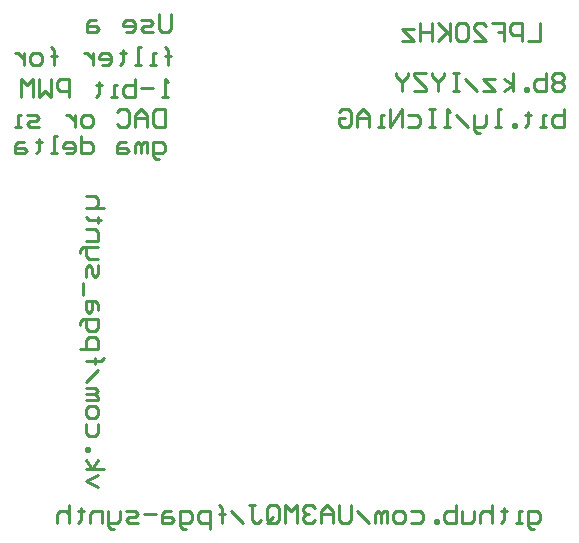
<source format=gbo>
%FSTAX23Y23*%
%MOIN*%
%SFA1B1*%

%IPPOS*%
%ADD10C,0.010000*%
%LNlpf-1*%
%LPD*%
G54D10*
X05433Y06387D02*
X05393Y06407D01*
X05433Y06427*
X05393Y06447D02*
X05453D01*
X05413D02*
X05433Y06477D01*
X05413Y06447D02*
X05393Y06477D01*
Y06507D02*
X05403D01*
Y06517*
X05393*
Y06507*
X05433Y06597D02*
Y06567D01*
X05423Y06557*
X05403*
X05393Y06567*
Y06597*
Y06627D02*
Y06647D01*
X05403Y06657*
X05423*
X05433Y06647*
Y06627*
X05423Y06617*
X05403*
X05393Y06627*
Y06677D02*
X05433D01*
Y06687*
X05423Y06697*
X05393*
X05423*
X05433Y06707*
X05423Y06717*
X05393*
Y06737D02*
X05433Y06777D01*
X05393Y06807D02*
X05443D01*
X05423*
Y06797*
Y06817*
Y06807*
X05443*
X05453Y06817*
X05373Y06847D02*
X05433D01*
Y06877*
X05423Y06887*
X05403*
X05393Y06877*
Y06847*
X05373Y06927D02*
Y06937D01*
X05383Y06947*
X05433*
Y06917*
X05423Y06907*
X05403*
X05393Y06917*
Y06947*
X05433Y06977D02*
Y06997D01*
X05423Y07007*
X05393*
Y06977*
X05403Y06967*
X05413Y06977*
Y07007*
X05383Y07027D02*
Y07067D01*
X05393Y07087D02*
Y07117D01*
X05403Y07127*
X05413Y07117*
Y07097*
X05423Y07087*
X05433Y07097*
Y07127*
Y07147D02*
X05403D01*
X05393Y07157*
Y07187*
X05383*
X05373Y07177*
Y07167*
X05393Y07187D02*
X05433D01*
X05393Y07207D02*
X05433D01*
Y07237*
X05423Y07247*
X05393*
X05443Y07277D02*
X05433D01*
Y07267*
Y07287*
Y07277*
X05403*
X05393Y07287*
X05453Y07317D02*
X05393D01*
X05423*
X05433Y07327*
Y07347*
X05423Y07357*
X05393*
X06889Y06249D02*
X06879D01*
X06869Y06259*
Y06309*
X06899*
X06909Y06299*
Y06279*
X06899Y06269*
X06869*
X06849D02*
X06829D01*
X06839*
Y06309*
X06849*
X06789Y06319D02*
Y06309D01*
X06799*
X06779*
X06789*
Y06279*
X06779Y06269*
X06749Y06329D02*
Y06269D01*
Y06299*
X06739Y06309*
X06719*
X06709Y06299*
Y06269*
X06689Y06309D02*
Y06279D01*
X06679Y06269*
X06649*
Y06309*
X06629Y06329D02*
Y06269D01*
X06599*
X06589Y06279*
Y06289*
Y06299*
X06599Y06309*
X06629*
X06569Y06269D02*
Y06279D01*
X06559*
Y06269*
X06569*
X06479Y06309D02*
X06509D01*
X06519Y06299*
Y06279*
X06509Y06269*
X06479*
X06449D02*
X06429D01*
X06419Y06279*
Y06299*
X06429Y06309*
X06449*
X06459Y06299*
Y06279*
X06449Y06269*
X06399D02*
Y06309D01*
X06389*
X06379Y06299*
Y06269*
Y06299*
X06369Y06309*
X06359Y06299*
Y06269*
X06339D02*
X06299Y06309D01*
X06279Y06329D02*
Y06279D01*
X06269Y06269*
X06249*
X06239Y06279*
Y06329*
X06219Y06269D02*
Y06309D01*
X06199Y06329*
X06179Y06309*
Y06269*
Y06299*
X06219*
X06159Y06319D02*
X06149Y06329D01*
X06129*
X06119Y06319*
Y06309*
X06129Y06299*
X06139*
X06129*
X06119Y06289*
Y06279*
X06129Y06269*
X06149*
X06159Y06279*
X06099Y06269D02*
Y06329D01*
X06079Y06309*
X06059Y06329*
Y06269*
X05999Y06279D02*
Y06319D01*
X06009Y06329*
X06029*
X06039Y06319*
Y06279*
X06029Y06269*
X06009*
X06019Y06289D02*
X05999Y06269D01*
X06009D02*
X05999Y06279D01*
X05939Y06329D02*
X05959D01*
X05949*
Y06279*
X05959Y06269*
X05969*
X05979Y06279*
X05919Y06269D02*
X05879Y06309D01*
X05849Y06269D02*
Y06319D01*
Y06299*
X05859*
X05839*
X05849*
Y06319*
X05839Y06329*
X05809Y06249D02*
Y06309D01*
X05779*
X05769Y06299*
Y06279*
X05779Y06269*
X05809*
X05729Y06249D02*
X05719D01*
X05709Y06259*
Y06309*
X05739*
X05749Y06299*
Y06279*
X05739Y06269*
X05709*
X05679Y06309D02*
X05659D01*
X05649Y06299*
Y06269*
X05679*
X05689Y06279*
X05679Y06289*
X05649*
X05629Y06299D02*
X05589D01*
X05569Y06269D02*
X05539D01*
X05529Y06279*
X05539Y06289*
X05559*
X05569Y06299*
X05559Y06309*
X05529*
X05509D02*
Y06279D01*
X05499Y06269*
X05469*
Y06259*
X05479Y06249*
X05489*
X05469Y06269D02*
Y06309D01*
X05449Y06269D02*
Y06309D01*
X05419*
X05409Y06299*
Y06269*
X05379Y06319D02*
Y06309D01*
X05389*
X05369*
X05379*
Y06279*
X05369Y06269*
X05339Y06329D02*
Y06269D01*
Y06299*
X05329Y06309*
X05309*
X05299Y06299*
Y06269*
X05639Y0748D02*
X05629D01*
X05619Y0749*
Y07539*
X05649*
X05659Y07529*
Y07509*
X05649Y075*
X05619*
X05599D02*
Y07539D01*
X05589*
X05579Y07529*
Y075*
Y07529*
X05569Y07539*
X05559Y07529*
Y075*
X05529Y07539D02*
X05509D01*
X05499Y07529*
Y075*
X05529*
X05539Y07509*
X05529Y07519*
X05499*
X05379Y07559D02*
Y075D01*
X05409*
X05419Y07509*
Y07529*
X05409Y07539*
X05379*
X05329Y075D02*
X05349D01*
X05359Y07509*
Y07529*
X05349Y07539*
X05329*
X05319Y07529*
Y07519*
X05359*
X05299Y075D02*
X05279D01*
X05289*
Y07559*
X05299*
X05239Y07549D02*
Y07539D01*
X05249*
X05229*
X05239*
Y07509*
X05229Y075*
X05189Y07539D02*
X05169D01*
X05159Y07529*
Y075*
X05189*
X05199Y07509*
X05189Y07519*
X05159*
X05659Y07648D02*
Y07588D01*
X05629*
X05619Y07598*
Y07638*
X05629Y07648*
X05659*
X05599Y07588D02*
Y07628D01*
X05579Y07648*
X05559Y07628*
Y07588*
Y07618*
X05599*
X05499Y07638D02*
X05509Y07648D01*
X05529*
X05539Y07638*
Y07598*
X05529Y07588*
X05509*
X05499Y07598*
X05409Y07588D02*
X05389D01*
X05379Y07598*
Y07618*
X05389Y07628*
X05409*
X05419Y07618*
Y07598*
X05409Y07588*
X05359Y07628D02*
Y07588D01*
Y07608*
X05349Y07618*
X05339Y07628*
X05329*
X05239Y07588D02*
X05209D01*
X05199Y07598*
X05209Y07608*
X05229*
X05239Y07618*
X05229Y07628*
X05199*
X05179Y07588D02*
X05159D01*
X05169*
Y07628*
X05179*
X05669Y07687D02*
X05649D01*
X05659*
Y07746*
X05669Y07736*
X05619Y07716D02*
X05579D01*
X05559Y07746D02*
Y07687D01*
X05529*
X05519Y07697*
Y07707*
Y07716*
X05529Y07726*
X05559*
X05499Y07687D02*
X05479D01*
X05489*
Y07726*
X05499*
X05439Y07736D02*
Y07726D01*
X05449*
X05429*
X05439*
Y07697*
X05429Y07687*
X05339D02*
Y07746D01*
X05309*
X05299Y07736*
Y07716*
X05309Y07707*
X05339*
X05279Y07746D02*
Y07687D01*
X05259Y07707*
X05239Y07687*
Y07746*
X05219Y07687D02*
Y07746D01*
X05199Y07726*
X05179Y07746*
Y07687*
X05669Y07795D02*
Y07845D01*
Y07825*
X05679*
X05659*
X05669*
Y07845*
X05659Y07855*
X05629Y07795D02*
X05609D01*
X05619*
Y07835*
X05629*
X05579Y07795D02*
X05559D01*
X05569*
Y07855*
X05579*
X05519Y07845D02*
Y07835D01*
X05529*
X05509*
X05519*
Y07805*
X05509Y07795*
X05449D02*
X05469D01*
X05479Y07805*
Y07825*
X05469Y07835*
X05449*
X05439Y07825*
Y07815*
X05479*
X05419Y07835D02*
Y07795D01*
Y07815*
X05409Y07825*
X05399Y07835*
X05389*
X05289Y07795D02*
Y07845D01*
Y07825*
X05299*
X05279*
X05289*
Y07845*
X05279Y07855*
X05239Y07795D02*
X05219D01*
X05209Y07805*
Y07825*
X05219Y07835*
X05239*
X05249Y07825*
Y07805*
X05239Y07795*
X05189Y07835D02*
Y07795D01*
Y07815*
X05179Y07825*
X05169Y07835*
X05159*
X05679Y07963D02*
Y07913D01*
X05669Y07903*
X05649*
X05639Y07913*
Y07963*
X05619Y07903D02*
X05589D01*
X05579Y07913*
X05589Y07923*
X05609*
X05619Y07933*
X05609Y07943*
X05579*
X05529Y07903D02*
X05549D01*
X05559Y07913*
Y07933*
X05549Y07943*
X05529*
X05519Y07933*
Y07923*
X05559*
X05429Y07943D02*
X05409D01*
X05399Y07933*
Y07903*
X05429*
X05439Y07913*
X05429Y07923*
X05399*
X06988Y07648D02*
Y07588D01*
X06958*
X06948Y07598*
Y07608*
Y07618*
X06958Y07628*
X06988*
X06928Y07588D02*
X06908D01*
X06918*
Y07628*
X06928*
X06868Y07638D02*
Y07628D01*
X06878*
X06858*
X06868*
Y07598*
X06858Y07588*
X06828D02*
Y07598D01*
X06818*
Y07588*
X06828*
X06778D02*
X06758D01*
X06768*
Y07648*
X06778*
X06728Y07628D02*
Y07598D01*
X06718Y07588*
X06688*
Y07578*
X06698Y07568*
X06708*
X06688Y07588D02*
Y07628D01*
X06668Y07588D02*
X06628Y07628D01*
X06608Y07588D02*
X06588D01*
X06598*
Y07648*
X06608Y07638*
X06558Y07648D02*
X06538D01*
X06548*
Y07588*
X06558*
X06538*
X06468Y07628D02*
X06498D01*
X06508Y07618*
Y07598*
X06498Y07588*
X06468*
X06448D02*
Y07648D01*
X06408Y07588*
Y07648*
X06388Y07588D02*
X06368D01*
X06378*
Y07628*
X06388*
X06338Y07588D02*
Y07628D01*
X06318Y07648*
X06298Y07628*
Y07588*
Y07618*
X06338*
X06238Y07638D02*
X06248Y07648D01*
X06268*
X06278Y07638*
Y07598*
X06268Y07588*
X06248*
X06238Y07598*
Y07618*
X06258*
X06988Y07756D02*
X06978Y07766D01*
X06958*
X06948Y07756*
Y07746*
X06958Y07736*
X06948Y07726*
Y07716*
X06958Y07706*
X06978*
X06988Y07716*
Y07726*
X06978Y07736*
X06988Y07746*
Y07756*
X06978Y07736D02*
X06958D01*
X06928Y07766D02*
Y07706D01*
X06898*
X06888Y07716*
Y07726*
Y07736*
X06898Y07746*
X06928*
X06868Y07706D02*
Y07716D01*
X06858*
Y07706*
X06868*
X06818D02*
Y07766D01*
Y07726D02*
X06788Y07746D01*
X06818Y07726D02*
X06788Y07706D01*
X06758Y07746D02*
X06718D01*
X06758Y07706*
X06718*
X06698D02*
X06658Y07746D01*
X06638Y07766D02*
X06618D01*
X06628*
Y07706*
X06638*
X06618*
X06588Y07766D02*
Y07756D01*
X06568Y07736*
X06548Y07756*
Y07766*
X06568Y07736D02*
Y07706D01*
X06528Y07766D02*
X06488D01*
Y07756*
X06528Y07716*
Y07706*
X06488*
X06468Y07766D02*
Y07756D01*
X06448Y07736*
X06428Y07756*
Y07766*
X06448Y07736D02*
Y07706D01*
X06909Y07933D02*
Y07874D01*
X06869*
X06849D02*
Y07933D01*
X06819*
X06809Y07924*
Y07904*
X06819Y07894*
X06849*
X06749Y07933D02*
X06789D01*
Y07904*
X06769*
X06789*
Y07874*
X06689D02*
X06729D01*
X06689Y07914*
Y07924*
X06699Y07933*
X06719*
X06729Y07924*
X06669D02*
X06659Y07933D01*
X06639*
X06629Y07924*
Y07884*
X06639Y07874*
X06659*
X06669Y07884*
Y07924*
X06609Y07933D02*
Y07874D01*
Y07894*
X06569Y07933*
X06599Y07904*
X06569Y07874*
X06549Y07933D02*
Y07874D01*
Y07904*
X06509*
Y07933*
Y07874*
X06489Y07914D02*
X06449D01*
X06489Y07874*
X06449*
M02*
</source>
